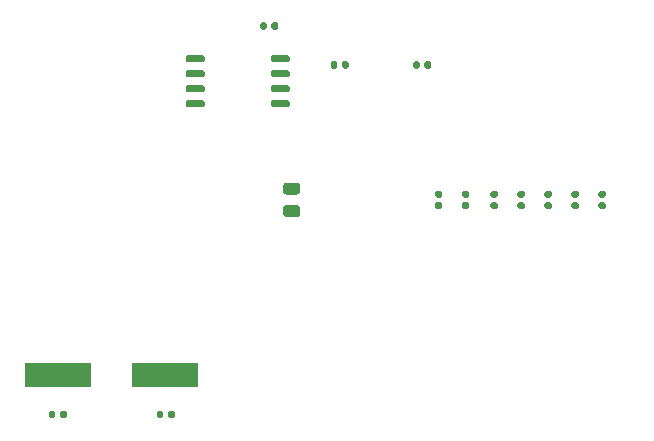
<source format=gbr>
G04 #@! TF.GenerationSoftware,KiCad,Pcbnew,(5.1.12)-1*
G04 #@! TF.CreationDate,2023-01-19T19:38:23-07:00*
G04 #@! TF.ProjectId,keyboard,6b657962-6f61-4726-942e-6b696361645f,rev?*
G04 #@! TF.SameCoordinates,Original*
G04 #@! TF.FileFunction,Paste,Top*
G04 #@! TF.FilePolarity,Positive*
%FSLAX46Y46*%
G04 Gerber Fmt 4.6, Leading zero omitted, Abs format (unit mm)*
G04 Created by KiCad (PCBNEW (5.1.12)-1) date 2023-01-19 19:38:23*
%MOMM*%
%LPD*%
G01*
G04 APERTURE LIST*
%ADD10R,5.600000X2.100000*%
G04 APERTURE END LIST*
G36*
G01*
X311410000Y-60983000D02*
X311410000Y-60683000D01*
G75*
G02*
X311560000Y-60533000I150000J0D01*
G01*
X312860000Y-60533000D01*
G75*
G02*
X313010000Y-60683000I0J-150000D01*
G01*
X313010000Y-60983000D01*
G75*
G02*
X312860000Y-61133000I-150000J0D01*
G01*
X311560000Y-61133000D01*
G75*
G02*
X311410000Y-60983000I0J150000D01*
G01*
G37*
G36*
G01*
X311410000Y-62253000D02*
X311410000Y-61953000D01*
G75*
G02*
X311560000Y-61803000I150000J0D01*
G01*
X312860000Y-61803000D01*
G75*
G02*
X313010000Y-61953000I0J-150000D01*
G01*
X313010000Y-62253000D01*
G75*
G02*
X312860000Y-62403000I-150000J0D01*
G01*
X311560000Y-62403000D01*
G75*
G02*
X311410000Y-62253000I0J150000D01*
G01*
G37*
G36*
G01*
X311410000Y-63523000D02*
X311410000Y-63223000D01*
G75*
G02*
X311560000Y-63073000I150000J0D01*
G01*
X312860000Y-63073000D01*
G75*
G02*
X313010000Y-63223000I0J-150000D01*
G01*
X313010000Y-63523000D01*
G75*
G02*
X312860000Y-63673000I-150000J0D01*
G01*
X311560000Y-63673000D01*
G75*
G02*
X311410000Y-63523000I0J150000D01*
G01*
G37*
G36*
G01*
X311410000Y-64793000D02*
X311410000Y-64493000D01*
G75*
G02*
X311560000Y-64343000I150000J0D01*
G01*
X312860000Y-64343000D01*
G75*
G02*
X313010000Y-64493000I0J-150000D01*
G01*
X313010000Y-64793000D01*
G75*
G02*
X312860000Y-64943000I-150000J0D01*
G01*
X311560000Y-64943000D01*
G75*
G02*
X311410000Y-64793000I0J150000D01*
G01*
G37*
G36*
G01*
X304210000Y-64793000D02*
X304210000Y-64493000D01*
G75*
G02*
X304360000Y-64343000I150000J0D01*
G01*
X305660000Y-64343000D01*
G75*
G02*
X305810000Y-64493000I0J-150000D01*
G01*
X305810000Y-64793000D01*
G75*
G02*
X305660000Y-64943000I-150000J0D01*
G01*
X304360000Y-64943000D01*
G75*
G02*
X304210000Y-64793000I0J150000D01*
G01*
G37*
G36*
G01*
X304210000Y-63523000D02*
X304210000Y-63223000D01*
G75*
G02*
X304360000Y-63073000I150000J0D01*
G01*
X305660000Y-63073000D01*
G75*
G02*
X305810000Y-63223000I0J-150000D01*
G01*
X305810000Y-63523000D01*
G75*
G02*
X305660000Y-63673000I-150000J0D01*
G01*
X304360000Y-63673000D01*
G75*
G02*
X304210000Y-63523000I0J150000D01*
G01*
G37*
G36*
G01*
X304210000Y-62253000D02*
X304210000Y-61953000D01*
G75*
G02*
X304360000Y-61803000I150000J0D01*
G01*
X305660000Y-61803000D01*
G75*
G02*
X305810000Y-61953000I0J-150000D01*
G01*
X305810000Y-62253000D01*
G75*
G02*
X305660000Y-62403000I-150000J0D01*
G01*
X304360000Y-62403000D01*
G75*
G02*
X304210000Y-62253000I0J150000D01*
G01*
G37*
G36*
G01*
X304210000Y-60983000D02*
X304210000Y-60683000D01*
G75*
G02*
X304360000Y-60533000I150000J0D01*
G01*
X305660000Y-60533000D01*
G75*
G02*
X305810000Y-60683000I0J-150000D01*
G01*
X305810000Y-60983000D01*
G75*
G02*
X305660000Y-61133000I-150000J0D01*
G01*
X304360000Y-61133000D01*
G75*
G02*
X304210000Y-60983000I0J150000D01*
G01*
G37*
D10*
X302442000Y-87630000D03*
X293442000Y-87630000D03*
G36*
G01*
X317446000Y-61511000D02*
X317446000Y-61171000D01*
G75*
G02*
X317586000Y-61031000I140000J0D01*
G01*
X317866000Y-61031000D01*
G75*
G02*
X318006000Y-61171000I0J-140000D01*
G01*
X318006000Y-61511000D01*
G75*
G02*
X317866000Y-61651000I-140000J0D01*
G01*
X317586000Y-61651000D01*
G75*
G02*
X317446000Y-61511000I0J140000D01*
G01*
G37*
G36*
G01*
X316486000Y-61511000D02*
X316486000Y-61171000D01*
G75*
G02*
X316626000Y-61031000I140000J0D01*
G01*
X316906000Y-61031000D01*
G75*
G02*
X317046000Y-61171000I0J-140000D01*
G01*
X317046000Y-61511000D01*
G75*
G02*
X316906000Y-61651000I-140000J0D01*
G01*
X316626000Y-61651000D01*
G75*
G02*
X316486000Y-61511000I0J140000D01*
G01*
G37*
G36*
G01*
X324431000Y-61511000D02*
X324431000Y-61171000D01*
G75*
G02*
X324571000Y-61031000I140000J0D01*
G01*
X324851000Y-61031000D01*
G75*
G02*
X324991000Y-61171000I0J-140000D01*
G01*
X324991000Y-61511000D01*
G75*
G02*
X324851000Y-61651000I-140000J0D01*
G01*
X324571000Y-61651000D01*
G75*
G02*
X324431000Y-61511000I0J140000D01*
G01*
G37*
G36*
G01*
X323471000Y-61511000D02*
X323471000Y-61171000D01*
G75*
G02*
X323611000Y-61031000I140000J0D01*
G01*
X323891000Y-61031000D01*
G75*
G02*
X324031000Y-61171000I0J-140000D01*
G01*
X324031000Y-61511000D01*
G75*
G02*
X323891000Y-61651000I-140000J0D01*
G01*
X323611000Y-61651000D01*
G75*
G02*
X323471000Y-61511000I0J140000D01*
G01*
G37*
G36*
G01*
X313657000Y-72321000D02*
X312707000Y-72321000D01*
G75*
G02*
X312457000Y-72071000I0J250000D01*
G01*
X312457000Y-71571000D01*
G75*
G02*
X312707000Y-71321000I250000J0D01*
G01*
X313657000Y-71321000D01*
G75*
G02*
X313907000Y-71571000I0J-250000D01*
G01*
X313907000Y-72071000D01*
G75*
G02*
X313657000Y-72321000I-250000J0D01*
G01*
G37*
G36*
G01*
X313657000Y-74221000D02*
X312707000Y-74221000D01*
G75*
G02*
X312457000Y-73971000I0J250000D01*
G01*
X312457000Y-73471000D01*
G75*
G02*
X312707000Y-73221000I250000J0D01*
G01*
X313657000Y-73221000D01*
G75*
G02*
X313907000Y-73471000I0J-250000D01*
G01*
X313907000Y-73971000D01*
G75*
G02*
X313657000Y-74221000I-250000J0D01*
G01*
G37*
G36*
G01*
X339301000Y-72971000D02*
X339641000Y-72971000D01*
G75*
G02*
X339781000Y-73111000I0J-140000D01*
G01*
X339781000Y-73391000D01*
G75*
G02*
X339641000Y-73531000I-140000J0D01*
G01*
X339301000Y-73531000D01*
G75*
G02*
X339161000Y-73391000I0J140000D01*
G01*
X339161000Y-73111000D01*
G75*
G02*
X339301000Y-72971000I140000J0D01*
G01*
G37*
G36*
G01*
X339301000Y-72011000D02*
X339641000Y-72011000D01*
G75*
G02*
X339781000Y-72151000I0J-140000D01*
G01*
X339781000Y-72431000D01*
G75*
G02*
X339641000Y-72571000I-140000J0D01*
G01*
X339301000Y-72571000D01*
G75*
G02*
X339161000Y-72431000I0J140000D01*
G01*
X339161000Y-72151000D01*
G75*
G02*
X339301000Y-72011000I140000J0D01*
G01*
G37*
G36*
G01*
X337015000Y-72971000D02*
X337355000Y-72971000D01*
G75*
G02*
X337495000Y-73111000I0J-140000D01*
G01*
X337495000Y-73391000D01*
G75*
G02*
X337355000Y-73531000I-140000J0D01*
G01*
X337015000Y-73531000D01*
G75*
G02*
X336875000Y-73391000I0J140000D01*
G01*
X336875000Y-73111000D01*
G75*
G02*
X337015000Y-72971000I140000J0D01*
G01*
G37*
G36*
G01*
X337015000Y-72011000D02*
X337355000Y-72011000D01*
G75*
G02*
X337495000Y-72151000I0J-140000D01*
G01*
X337495000Y-72431000D01*
G75*
G02*
X337355000Y-72571000I-140000J0D01*
G01*
X337015000Y-72571000D01*
G75*
G02*
X336875000Y-72431000I0J140000D01*
G01*
X336875000Y-72151000D01*
G75*
G02*
X337015000Y-72011000I140000J0D01*
G01*
G37*
G36*
G01*
X334729000Y-72971000D02*
X335069000Y-72971000D01*
G75*
G02*
X335209000Y-73111000I0J-140000D01*
G01*
X335209000Y-73391000D01*
G75*
G02*
X335069000Y-73531000I-140000J0D01*
G01*
X334729000Y-73531000D01*
G75*
G02*
X334589000Y-73391000I0J140000D01*
G01*
X334589000Y-73111000D01*
G75*
G02*
X334729000Y-72971000I140000J0D01*
G01*
G37*
G36*
G01*
X334729000Y-72011000D02*
X335069000Y-72011000D01*
G75*
G02*
X335209000Y-72151000I0J-140000D01*
G01*
X335209000Y-72431000D01*
G75*
G02*
X335069000Y-72571000I-140000J0D01*
G01*
X334729000Y-72571000D01*
G75*
G02*
X334589000Y-72431000I0J140000D01*
G01*
X334589000Y-72151000D01*
G75*
G02*
X334729000Y-72011000I140000J0D01*
G01*
G37*
G36*
G01*
X332443000Y-72971000D02*
X332783000Y-72971000D01*
G75*
G02*
X332923000Y-73111000I0J-140000D01*
G01*
X332923000Y-73391000D01*
G75*
G02*
X332783000Y-73531000I-140000J0D01*
G01*
X332443000Y-73531000D01*
G75*
G02*
X332303000Y-73391000I0J140000D01*
G01*
X332303000Y-73111000D01*
G75*
G02*
X332443000Y-72971000I140000J0D01*
G01*
G37*
G36*
G01*
X332443000Y-72011000D02*
X332783000Y-72011000D01*
G75*
G02*
X332923000Y-72151000I0J-140000D01*
G01*
X332923000Y-72431000D01*
G75*
G02*
X332783000Y-72571000I-140000J0D01*
G01*
X332443000Y-72571000D01*
G75*
G02*
X332303000Y-72431000I0J140000D01*
G01*
X332303000Y-72151000D01*
G75*
G02*
X332443000Y-72011000I140000J0D01*
G01*
G37*
G36*
G01*
X330157000Y-72971000D02*
X330497000Y-72971000D01*
G75*
G02*
X330637000Y-73111000I0J-140000D01*
G01*
X330637000Y-73391000D01*
G75*
G02*
X330497000Y-73531000I-140000J0D01*
G01*
X330157000Y-73531000D01*
G75*
G02*
X330017000Y-73391000I0J140000D01*
G01*
X330017000Y-73111000D01*
G75*
G02*
X330157000Y-72971000I140000J0D01*
G01*
G37*
G36*
G01*
X330157000Y-72011000D02*
X330497000Y-72011000D01*
G75*
G02*
X330637000Y-72151000I0J-140000D01*
G01*
X330637000Y-72431000D01*
G75*
G02*
X330497000Y-72571000I-140000J0D01*
G01*
X330157000Y-72571000D01*
G75*
G02*
X330017000Y-72431000I0J140000D01*
G01*
X330017000Y-72151000D01*
G75*
G02*
X330157000Y-72011000I140000J0D01*
G01*
G37*
G36*
G01*
X327744000Y-72971000D02*
X328084000Y-72971000D01*
G75*
G02*
X328224000Y-73111000I0J-140000D01*
G01*
X328224000Y-73391000D01*
G75*
G02*
X328084000Y-73531000I-140000J0D01*
G01*
X327744000Y-73531000D01*
G75*
G02*
X327604000Y-73391000I0J140000D01*
G01*
X327604000Y-73111000D01*
G75*
G02*
X327744000Y-72971000I140000J0D01*
G01*
G37*
G36*
G01*
X327744000Y-72011000D02*
X328084000Y-72011000D01*
G75*
G02*
X328224000Y-72151000I0J-140000D01*
G01*
X328224000Y-72431000D01*
G75*
G02*
X328084000Y-72571000I-140000J0D01*
G01*
X327744000Y-72571000D01*
G75*
G02*
X327604000Y-72431000I0J140000D01*
G01*
X327604000Y-72151000D01*
G75*
G02*
X327744000Y-72011000I140000J0D01*
G01*
G37*
G36*
G01*
X325458000Y-72971000D02*
X325798000Y-72971000D01*
G75*
G02*
X325938000Y-73111000I0J-140000D01*
G01*
X325938000Y-73391000D01*
G75*
G02*
X325798000Y-73531000I-140000J0D01*
G01*
X325458000Y-73531000D01*
G75*
G02*
X325318000Y-73391000I0J140000D01*
G01*
X325318000Y-73111000D01*
G75*
G02*
X325458000Y-72971000I140000J0D01*
G01*
G37*
G36*
G01*
X325458000Y-72011000D02*
X325798000Y-72011000D01*
G75*
G02*
X325938000Y-72151000I0J-140000D01*
G01*
X325938000Y-72431000D01*
G75*
G02*
X325798000Y-72571000I-140000J0D01*
G01*
X325458000Y-72571000D01*
G75*
G02*
X325318000Y-72431000I0J140000D01*
G01*
X325318000Y-72151000D01*
G75*
G02*
X325458000Y-72011000I140000J0D01*
G01*
G37*
G36*
G01*
X311077000Y-57869000D02*
X311077000Y-58209000D01*
G75*
G02*
X310937000Y-58349000I-140000J0D01*
G01*
X310657000Y-58349000D01*
G75*
G02*
X310517000Y-58209000I0J140000D01*
G01*
X310517000Y-57869000D01*
G75*
G02*
X310657000Y-57729000I140000J0D01*
G01*
X310937000Y-57729000D01*
G75*
G02*
X311077000Y-57869000I0J-140000D01*
G01*
G37*
G36*
G01*
X312037000Y-57869000D02*
X312037000Y-58209000D01*
G75*
G02*
X311897000Y-58349000I-140000J0D01*
G01*
X311617000Y-58349000D01*
G75*
G02*
X311477000Y-58209000I0J140000D01*
G01*
X311477000Y-57869000D01*
G75*
G02*
X311617000Y-57729000I140000J0D01*
G01*
X311897000Y-57729000D01*
G75*
G02*
X312037000Y-57869000I0J-140000D01*
G01*
G37*
G36*
G01*
X293570000Y-91102000D02*
X293570000Y-90762000D01*
G75*
G02*
X293710000Y-90622000I140000J0D01*
G01*
X293990000Y-90622000D01*
G75*
G02*
X294130000Y-90762000I0J-140000D01*
G01*
X294130000Y-91102000D01*
G75*
G02*
X293990000Y-91242000I-140000J0D01*
G01*
X293710000Y-91242000D01*
G75*
G02*
X293570000Y-91102000I0J140000D01*
G01*
G37*
G36*
G01*
X292610000Y-91102000D02*
X292610000Y-90762000D01*
G75*
G02*
X292750000Y-90622000I140000J0D01*
G01*
X293030000Y-90622000D01*
G75*
G02*
X293170000Y-90762000I0J-140000D01*
G01*
X293170000Y-91102000D01*
G75*
G02*
X293030000Y-91242000I-140000J0D01*
G01*
X292750000Y-91242000D01*
G75*
G02*
X292610000Y-91102000I0J140000D01*
G01*
G37*
G36*
G01*
X302714000Y-91102000D02*
X302714000Y-90762000D01*
G75*
G02*
X302854000Y-90622000I140000J0D01*
G01*
X303134000Y-90622000D01*
G75*
G02*
X303274000Y-90762000I0J-140000D01*
G01*
X303274000Y-91102000D01*
G75*
G02*
X303134000Y-91242000I-140000J0D01*
G01*
X302854000Y-91242000D01*
G75*
G02*
X302714000Y-91102000I0J140000D01*
G01*
G37*
G36*
G01*
X301754000Y-91102000D02*
X301754000Y-90762000D01*
G75*
G02*
X301894000Y-90622000I140000J0D01*
G01*
X302174000Y-90622000D01*
G75*
G02*
X302314000Y-90762000I0J-140000D01*
G01*
X302314000Y-91102000D01*
G75*
G02*
X302174000Y-91242000I-140000J0D01*
G01*
X301894000Y-91242000D01*
G75*
G02*
X301754000Y-91102000I0J140000D01*
G01*
G37*
M02*

</source>
